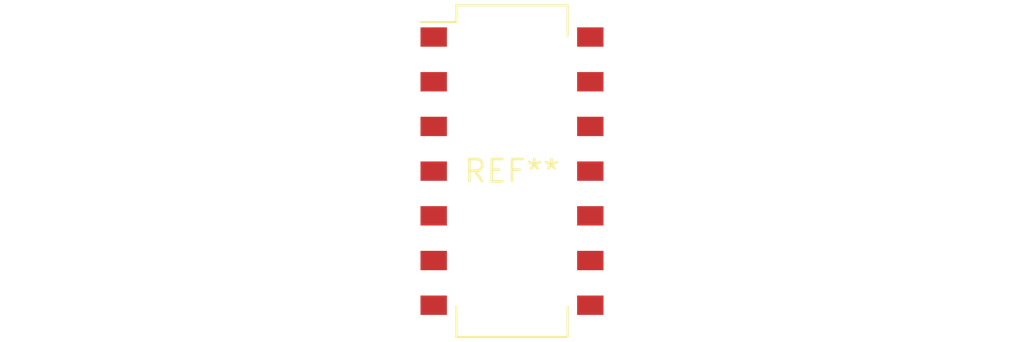
<source format=kicad_pcb>
(kicad_pcb (version 20240108) (generator pcbnew)
  (layers (0 "F.Cu" signal) (31 "B.Cu" signal) (34 "B.Paste" user) (35 "F.Paste" user) (36 "B.SilkS" user "B.Silkscreen") (37 "F.SilkS" user "F.Silkscreen") (38 "B.Mask" user) (39 "F.Mask" user) (44 "Edge.Cuts" user))
  (net 0 "")
  (footprint "SW_DIP_SPSTx07_Slide_Omron_A6S-710x_W8.9mm_P2.54mm" (layer "F.Cu") (at 0 0)
    (property "Reference" "REF**")
    (property "Value" "SW_DIP_SPSTx07_Slide_Omron_A6S-710x_W8.9mm_P2.54mm")
    (fp_line (start -5.2 -8.471) (end -3.16 -8.471) (layer "F.SilkS") (stroke (width 0.12)))
    (fp_line (start -3.16 -9.42) (end -3.16 -8.471) (layer "F.SilkS") (stroke (width 0.12)))
    (fp_line (start -3.16 -9.42) (end 3.16 -9.42) (layer "F.SilkS") (stroke (width 0.12)))
    (fp_line (start -3.16 7.68) (end -3.16 9.42) (layer "F.SilkS") (stroke (width 0.12)))
    (fp_line (start -3.16 9.42) (end 3.16 9.42) (layer "F.SilkS") (stroke (width 0.12)))
    (fp_line (start 3.16 -9.42) (end 3.16 -7.681) (layer "F.SilkS") (stroke (width 0.12)))
    (fp_line (start 3.16 7.68) (end 3.16 9.42) (layer "F.SilkS") (stroke (width 0.12)))
    (pad "1" smd rect (at -4.45 -7.62) (size 1.5 1.1) (layers "F.Cu" "F.Paste" "F.Mask"))
    (pad "2" smd rect (at -4.45 -5.08) (size 1.5 1.1) (layers "F.Cu" "F.Paste" "F.Mask"))
    (pad "3" smd rect (at -4.45 -2.54) (size 1.5 1.1) (layers "F.Cu" "F.Paste" "F.Mask"))
    (pad "4" smd rect (at -4.45 0) (size 1.5 1.1) (layers "F.Cu" "F.Paste" "F.Mask"))
    (pad "5" smd rect (at -4.45 2.54) (size 1.5 1.1) (layers "F.Cu" "F.Paste" "F.Mask"))
    (pad "6" smd rect (at -4.45 5.08) (size 1.5 1.1) (layers "F.Cu" "F.Paste" "F.Mask"))
    (pad "7" smd rect (at -4.45 7.62) (size 1.5 1.1) (layers "F.Cu" "F.Paste" "F.Mask"))
    (pad "8" smd rect (at 4.45 7.62) (size 1.5 1.1) (layers "F.Cu" "F.Paste" "F.Mask"))
    (pad "9" smd rect (at 4.45 5.08) (size 1.5 1.1) (layers "F.Cu" "F.Paste" "F.Mask"))
    (pad "10" smd rect (at 4.45 2.54) (size 1.5 1.1) (layers "F.Cu" "F.Paste" "F.Mask"))
    (pad "11" smd rect (at 4.45 0) (size 1.5 1.1) (layers "F.Cu" "F.Paste" "F.Mask"))
    (pad "12" smd rect (at 4.45 -2.54) (size 1.5 1.1) (layers "F.Cu" "F.Paste" "F.Mask"))
    (pad "13" smd rect (at 4.45 -5.08) (size 1.5 1.1) (layers "F.Cu" "F.Paste" "F.Mask"))
    (pad "14" smd rect (at 4.45 -7.62) (size 1.5 1.1) (layers "F.Cu" "F.Paste" "F.Mask"))
  )
)
</source>
